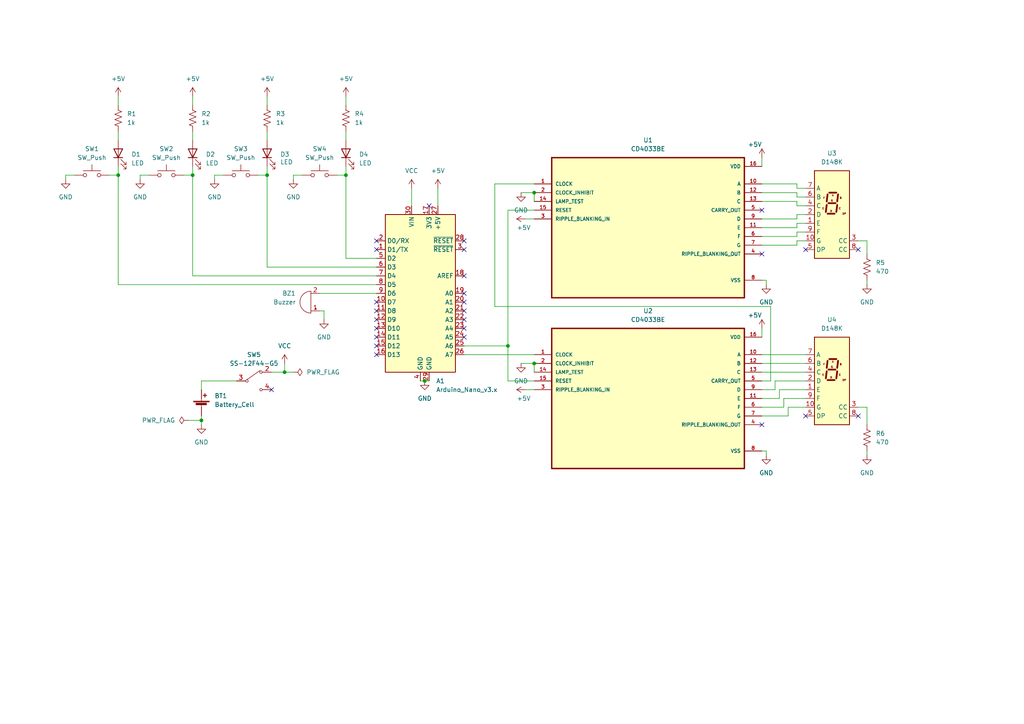
<source format=kicad_sch>
(kicad_sch (version 20211123) (generator eeschema)
  (paper "A4")
  (title_block (title "Simon Dice") (date "2023-02-08"))
  (lib_symbols
    (symbol "CD4033BE:CD4033BE" (pin_names (offset 1.016))
      (property "Reference" "U" (at -27.94 21.32 0))
      (property "Value" "CD4033BE" (at -27.94 -24.32 0))
      (symbol "CD4033BE_0_0"
        (rectangle (start -27.94 -20.32) (end 27.94 20.32) (stroke (width 0.41)) (fill (type background)))
        (pin input line (at -33.02 12.7 0) (length 5.08) (name "CLOCK") (number "1"))
        (pin output line (at 33.02 12.7 180) (length 5.08) (name "A") (number "10"))
        (pin output line (at 33.02 0 180) (length 5.08) (name "E") (number "11"))
        (pin output line (at 33.02 10.16 180) (length 5.08) (name "B") (number "12"))
        (pin output line (at 33.02 7.62 180) (length 5.08) (name "C") (number "13"))
        (pin input line (at -33.02 7.62 0) (length 5.08) (name "LAMP_TEST") (number "14"))
        (pin input line (at -33.02 5.08 0) (length 5.08) (name "RESET") (number "15"))
        (pin power_in line (at 33.02 17.78 180) (length 5.08) (name "VDD") (number "16"))
        (pin input line (at -33.02 10.16 0) (length 5.08) (name "CLOCK_INHIBIT") (number "2"))
        (pin input line (at -33.02 2.54 0) (length 5.08) (name "RIPPLE_BLANKING_IN") (number "3"))
        (pin output line (at 33.02 -7.62 180) (length 5.08) (name "RIPPLE_BLANKING_OUT") (number "4"))
        (pin output line (at 33.02 5.08 180) (length 5.08) (name "CARRY_OUT") (number "5"))
        (pin output line (at 33.02 -2.54 180) (length 5.08) (name "F") (number "6"))
        (pin output line (at 33.02 -5.08 180) (length 5.08) (name "G") (number "7"))
        (pin power_in line (at 33.02 -15.24 180) (length 5.08) (name "VSS") (number "8"))
        (pin output line (at 33.02 2.54 180) (length 5.08) (name "D") (number "9"))
      )
    )
    (symbol "Device:Battery_Cell" (pin_numbers hide) (pin_names (offset 0) hide)
      (property "Reference" "BT" (at 2.54 2.54 0))
      (property "Value" "Battery_Cell" (at 2.54 0 0))
      (symbol "Battery_Cell_0_1"
        (rectangle (start -2.286 1.778) (end 2.286 1.524) (fill (type outline)))
        (rectangle (start -1.5748 1.1938) (end 1.4732 0.6858) (fill (type outline)))
        (polyline (pts (xy 0 0.762) (xy 0 0)))
        (polyline (pts (xy 0 1.778) (xy 0 2.54)))
        (polyline (pts (xy 0.508 3.429) (xy 1.524 3.429)) (stroke (width 0.254)))
        (polyline (pts (xy 1.016 3.937) (xy 1.016 2.921)) (stroke (width 0.254)))
      )
      (symbol "Battery_Cell_1_1"
        (pin passive line (at 0 5.08 270) (length 2.54) (name "+") (number "1"))
        (pin passive line (at 0 -2.54 90) (length 2.54) (name "-") (number "2"))
      )
    )
    (symbol "Device:Buzzer" (pin_names (offset 0.0254) hide)
      (property "Reference" "BZ" (at 3.81 1.27 0))
      (property "Value" "Buzzer" (at 3.81 -1.27 0))
      (symbol "Buzzer_0_1"
        (arc (start 0 -3.175) (mid 3.175 0) (end 0 3.175))
        (polyline (pts (xy -1.651 1.905) (xy -1.143 1.905)))
        (polyline (pts (xy -1.397 2.159) (xy -1.397 1.651)))
        (polyline (pts (xy 0 3.175) (xy 0 -3.175)))
      )
      (symbol "Buzzer_1_1"
        (pin passive line (at -2.54 2.54 0) (length 2.54) (name "-") (number "1"))
        (pin passive line (at -2.54 -2.54 0) (length 2.54) (name "+") (number "2"))
      )
    )
    (symbol "Device:LED" (pin_numbers hide) (pin_names (offset 1.016) hide)
      (property "Reference" "D" (at 0 2.54 0))
      (property "Value" "LED" (at 0 -2.54 0))
      (symbol "LED_0_1"
        (polyline (pts (xy -1.27 -1.27) (xy -1.27 1.27)) (stroke (width 0.254)))
        (polyline (pts (xy -1.27 0) (xy 1.27 0)))
        (polyline (pts (xy 1.27 -1.27) (xy 1.27 1.27) (xy -1.27 0) (xy 1.27 -1.27)) (stroke (width 0.254)))
        (polyline (pts (xy -3.048 -0.762) (xy -4.572 -2.286) (xy -3.81 -2.286) (xy -4.572 -2.286) (xy -4.572 -1.524)))
        (polyline (pts (xy -1.778 -0.762) (xy -3.302 -2.286) (xy -2.54 -2.286) (xy -3.302 -2.286) (xy -3.302 -1.524)))
      )
      (symbol "LED_1_1"
        (pin passive line (at -3.81 0 0) (length 2.54) (name "K") (number "1"))
        (pin passive line (at 3.81 0 180) (length 2.54) (name "A") (number "2"))
      )
    )
    (symbol "Device:R_US" (pin_numbers hide) (pin_names (offset 0))
      (property "Reference" "R" (at 2.54 0 90))
      (property "Value" "R_US" (at -2.54 0 90))
      (symbol "R_US_0_1"
        (polyline (pts (xy 0 -2.286) (xy 0 -2.54)))
        (polyline (pts (xy 0 2.286) (xy 0 2.54)))
        (polyline (pts (xy 0 -0.762) (xy 1.016 -1.143) (xy 0 -1.524) (xy -1.016 -1.905) (xy 0 -2.286)))
        (polyline (pts (xy 0 0.762) (xy 1.016 0.381) (xy 0 0) (xy -1.016 -0.381) (xy 0 -0.762)))
        (polyline (pts (xy 0 2.286) (xy 1.016 1.905) (xy 0 1.524) (xy -1.016 1.143) (xy 0 0.762)))
      )
      (symbol "R_US_1_1"
        (pin passive line (at 0 3.81 270) (length 1.27) (name "~") (number "1"))
        (pin passive line (at 0 -3.81 90) (length 1.27) (name "~") (number "2"))
      )
    )
    (symbol "Display_Character:D148K"
      (property "Reference" "U" (at -2.54 13.97 0))
      (property "Value" "D148K" (at 1.27 13.97 0))
      (symbol "D148K_0_0"
        (text "A" (at 0.254 5.588 0) (effects (font (size 0.508 0.508))))
        (text "B" (at 2.54 4.826 0) (effects (font (size 0.508 0.508))))
        (text "C" (at 2.286 1.778 0) (effects (font (size 0.508 0.508))))
        (text "D" (at -0.254 1.016 0) (effects (font (size 0.508 0.508))))
        (text "DP" (at 3.556 0.254 0) (effects (font (size 0.508 0.508))))
        (text "E" (at -2.54 1.778 0) (effects (font (size 0.508 0.508))))
        (text "F" (at -2.286 4.826 0) (effects (font (size 0.508 0.508))))
        (text "G" (at 0 4.064 0) (effects (font (size 0.508 0.508))))
      )
      (symbol "D148K_0_1"
        (rectangle (start -5.08 12.7) (end 5.08 -12.7) (stroke (width 0.254)) (fill (type background)))
        (polyline (pts (xy -1.524 2.794) (xy -1.778 0.762)) (stroke (width 0.508)))
        (polyline (pts (xy -1.27 0.254) (xy 0.762 0.254)) (stroke (width 0.508)))
        (polyline (pts (xy -1.27 5.842) (xy -1.524 3.81)) (stroke (width 0.508)))
        (polyline (pts (xy -1.016 3.302) (xy 1.016 3.302)) (stroke (width 0.508)))
        (polyline (pts (xy -0.762 6.35) (xy 1.27 6.35)) (stroke (width 0.508)))
        (polyline (pts (xy 1.524 2.794) (xy 1.27 0.762)) (stroke (width 0.508)))
        (polyline (pts (xy 1.778 5.842) (xy 1.524 3.81)) (stroke (width 0.508)))
        (polyline (pts (xy 2.54 0.254) (xy 2.54 0.254)) (stroke (width 0.508)))
      )
      (symbol "D148K_1_1"
        (pin input line (at -7.62 -2.54 0) (length 2.54) (name "E") (number "1"))
        (pin input line (at -7.62 -7.62 0) (length 2.54) (name "G") (number "10"))
        (pin input line (at -7.62 0 0) (length 2.54) (name "D") (number "2"))
        (pin input line (at 7.62 -7.62 180) (length 2.54) (name "CC") (number "3"))
        (pin input line (at -7.62 2.54 0) (length 2.54) (name "C") (number "4"))
        (pin input line (at -7.62 -10.16 0) (length 2.54) (name "DP") (number "5"))
        (pin input line (at -7.62 5.08 0) (length 2.54) (name "B") (number "6"))
        (pin input line (at -7.62 7.62 0) (length 2.54) (name "A") (number "7"))
        (pin input line (at 7.62 -10.16 180) (length 2.54) (name "CC") (number "8"))
        (pin input line (at -7.62 -5.08 0) (length 2.54) (name "F") (number "9"))
      )
    )
    (symbol "MCU_Module:Arduino_Nano_v3.x"
      (property "Reference" "A" (at -10.16 23.495 0))
      (property "Value" "Arduino_Nano_v3.x" (at 5.08 -24.13 0))
      (symbol "Arduino_Nano_v3.x_0_1"
        (rectangle (start -10.16 22.86) (end 10.16 -22.86) (stroke (width 0.254)) (fill (type background)))
      )
      (symbol "Arduino_Nano_v3.x_1_1"
        (pin bidirectional line (at -12.7 12.7 0) (length 2.54) (name "D1/TX") (number "1"))
        (pin bidirectional line (at -12.7 -2.54 0) (length 2.54) (name "D7") (number "10"))
        (pin bidirectional line (at -12.7 -5.08 0) (length 2.54) (name "D8") (number "11"))
        (pin bidirectional line (at -12.7 -7.62 0) (length 2.54) (name "D9") (number "12"))
        (pin bidirectional line (at -12.7 -10.16 0) (length 2.54) (name "D10") (number "13"))
        (pin bidirectional line (at -12.7 -12.7 0) (length 2.54) (name "D11") (number "14"))
        (pin bidirectional line (at -12.7 -15.24 0) (length 2.54) (name "D12") (number "15"))
        (pin bidirectional line (at -12.7 -17.78 0) (length 2.54) (name "D13") (number "16"))
        (pin power_out line (at 2.54 25.4 270) (length 2.54) (name "3V3") (number "17"))
        (pin input line (at 12.7 5.08 180) (length 2.54) (name "AREF") (number "18"))
        (pin bidirectional line (at 12.7 0 180) (length 2.54) (name "A0") (number "19"))
        (pin bidirectional line (at -12.7 15.24 0) (length 2.54) (name "D0/RX") (number "2"))
        (pin bidirectional line (at 12.7 -2.54 180) (length 2.54) (name "A1") (number "20"))
        (pin bidirectional line (at 12.7 -5.08 180) (length 2.54) (name "A2") (number "21"))
        (pin bidirectional line (at 12.7 -7.62 180) (length 2.54) (name "A3") (number "22"))
        (pin bidirectional line (at 12.7 -10.16 180) (length 2.54) (name "A4") (number "23"))
        (pin bidirectional line (at 12.7 -12.7 180) (length 2.54) (name "A5") (number "24"))
        (pin bidirectional line (at 12.7 -15.24 180) (length 2.54) (name "A6") (number "25"))
        (pin bidirectional line (at 12.7 -17.78 180) (length 2.54) (name "A7") (number "26"))
        (pin power_out line (at 5.08 25.4 270) (length 2.54) (name "+5V") (number "27"))
        (pin input line (at 12.7 15.24 180) (length 2.54) (name "~{RESET}") (number "28"))
        (pin power_in line (at 2.54 -25.4 90) (length 2.54) (name "GND") (number "29"))
        (pin input line (at 12.7 12.7 180) (length 2.54) (name "~{RESET}") (number "3"))
        (pin power_in line (at -2.54 25.4 270) (length 2.54) (name "VIN") (number "30"))
        (pin power_in line (at 0 -25.4 90) (length 2.54) (name "GND") (number "4"))
        (pin bidirectional line (at -12.7 10.16 0) (length 2.54) (name "D2") (number "5"))
        (pin bidirectional line (at -12.7 7.62 0) (length 2.54) (name "D3") (number "6"))
        (pin bidirectional line (at -12.7 5.08 0) (length 2.54) (name "D4") (number "7"))
        (pin bidirectional line (at -12.7 2.54 0) (length 2.54) (name "D5") (number "8"))
        (pin bidirectional line (at -12.7 0 0) (length 2.54) (name "D6") (number "9"))
      )
    )
    (symbol "Switch:SW_Push" (pin_numbers hide) (pin_names (offset 1.016) hide)
      (property "Reference" "SW" (at 1.27 2.54 0))
      (property "Value" "SW_Push" (at 0 -1.524 0))
      (symbol "SW_Push_0_1"
        (circle (center -2.032 0) (radius 0.508))
        (polyline (pts (xy 0 1.27) (xy 0 3.048)))
        (polyline (pts (xy 2.54 1.27) (xy -2.54 1.27)))
        (circle (center 2.032 0) (radius 0.508))
        (pin passive line (at -5.08 0 0) (length 2.54) (name "1") (number "1"))
        (pin passive line (at 5.08 0 180) (length 2.54) (name "2") (number "2"))
      )
    )
    (symbol "power:+5V" (power) (pin_names (offset 0))
      (property "Value" "+5V" (at 0 3.556 0))
      (symbol "+5V_0_1"
        (polyline (pts (xy -0.762 1.27) (xy 0 2.54)))
        (polyline (pts (xy 0 0) (xy 0 2.54)))
        (polyline (pts (xy 0 2.54) (xy 0.762 1.27)))
      )
      (symbol "+5V_1_1"
        (pin power_in line (at 0 0 90) (length 0) hide (name "+5V") (number "1"))
      )
    )
    (symbol "power:GND" (power) (pin_names (offset 0))
      (property "Value" "GND" (at 0 -3.81 0))
      (symbol "GND_0_1"
        (polyline (pts (xy 0 0) (xy 0 -1.27) (xy 1.27 -1.27) (xy 0 -2.54) (xy -1.27 -1.27) (xy 0 -1.27)))
      )
      (symbol "GND_1_1"
        (pin power_in line (at 0 0 270) (length 0) hide (name "GND") (number "1"))
      )
    )
    (symbol "power:PWR_FLAG" (power) (pin_numbers hide) (pin_names (offset 0) hide)
      (property "Value" "PWR_FLAG" (at 0 3.81 0))
      (symbol "PWR_FLAG_0_0"
        (pin power_out line (at 0 0 90) (length 0) (name "pwr") (number "1"))
      )
      (symbol "PWR_FLAG_0_1"
        (polyline (pts (xy 0 0) (xy 0 1.27) (xy -1.016 1.905) (xy 0 2.54) (xy 1.016 1.905) (xy 0 1.27)))
      )
    )
    (symbol "power:VCC" (power) (pin_names (offset 0))
      (property "Value" "VCC" (at 0 3.81 0))
      (symbol "VCC_0_1"
        (polyline (pts (xy -0.762 1.27) (xy 0 2.54)))
        (polyline (pts (xy 0 0) (xy 0 2.54)))
        (polyline (pts (xy 0 2.54) (xy 0.762 1.27)))
      )
      (symbol "VCC_1_1"
        (pin power_in line (at 0 0 90) (length 0) hide (name "VCC") (number "1"))
      )
    )
    (symbol "slide_switch:SS-12F44-G5" (pin_names hide)
      (property "Reference" "SW" (at 13.97 8.89 0))
      (property "Value" "SS-12F44-G5" (at 13.97 8.89 0))
      (symbol "SS-12F44-G5_0_1"
        (circle (center -2.032 -2.54) (radius 0.3592))
        (polyline (pts (xy -2.032 -2.159) (xy 1.778 0.508)))
        (circle (center 2.032 -5.08) (radius 0.3592))
        (circle (center 2.032 0) (radius 0.3592))
      )
      (symbol "SS-12F44-G5_1_1"
        (pin passive line (at 5.08 0 180) (length 2.54) (name "A") (number "2"))
        (pin passive line (at -5.08 -2.54 0) (length 2.54) (name "B") (number "3"))
        (pin passive line (at 5.08 -5.08 180) (length 2.54) (name "C") (number "4"))
      )
    )
  )
  (junction (at 123.19 110.49))
  (junction (at 147.32 100.33))
  (junction (at 154.94 105.41))
  (junction (at 100.33 50.8))
  (junction (at 154.94 55.88))
  (junction (at 82.55 107.95))
  (junction (at 58.42 121.92))
  (junction (at 34.29 50.8))
  (junction (at 55.88 50.8))
  (junction (at 77.47 50.8))
  (no_connect (at 134.62 90.17))
  (no_connect (at 233.68 120.65))
  (no_connect (at 109.22 69.85))
  (no_connect (at 109.22 87.63))
  (no_connect (at 124.46 59.69))
  (no_connect (at 109.22 95.25))
  (no_connect (at 109.22 90.17))
  (no_connect (at 109.22 100.33))
  (no_connect (at 134.62 80.01))
  (no_connect (at 109.22 72.39))
  (no_connect (at 78.74 113.03))
  (no_connect (at 134.62 97.79))
  (no_connect (at 109.22 102.87))
  (no_connect (at 134.62 92.71))
  (no_connect (at 109.22 92.71))
  (no_connect (at 134.62 72.39))
  (no_connect (at 134.62 87.63))
  (no_connect (at 134.62 95.25))
  (no_connect (at 134.62 85.09))
  (no_connect (at 220.98 123.19))
  (no_connect (at 248.92 120.65))
  (no_connect (at 220.98 60.96))
  (no_connect (at 220.98 73.66))
  (no_connect (at 109.22 97.79))
  (no_connect (at 134.62 69.85))
  (no_connect (at 233.68 72.39))
  (no_connect (at 248.92 72.39))
  (wire (pts (xy 220.98 113.03) (xy 224.79 113.03)))
  (wire (pts (xy 226.06 115.57) (xy 226.06 113.03)))
  (wire (pts (xy 40.64 50.8) (xy 40.64 52.07)))
  (wire (pts (xy 43.18 50.8) (xy 40.64 50.8)))
  (wire (pts (xy 54.61 121.92) (xy 58.42 121.92)))
  (wire (pts (xy 220.98 58.42) (xy 231.14 58.42)))
  (wire (pts (xy 233.68 69.85) (xy 231.14 69.85)))
  (wire (pts (xy 224.79 110.49) (xy 233.68 110.49)))
  (wire (pts (xy 55.88 50.8) (xy 53.34 50.8)))
  (wire (pts (xy 100.33 50.8) (xy 97.79 50.8)))
  (wire (pts (xy 109.22 74.93) (xy 100.33 74.93)))
  (wire (pts (xy 55.88 80.01) (xy 55.88 50.8)))
  (wire (pts (xy 19.05 50.8) (xy 19.05 52.07)))
  (wire (pts (xy 223.52 110.49) (xy 223.52 88.9)))
  (wire (pts (xy 58.42 120.65) (xy 58.42 121.92)))
  (wire (pts (xy 220.98 81.28) (xy 222.25 81.28)))
  (wire (pts (xy 109.22 80.01) (xy 55.88 80.01)))
  (wire (pts (xy 58.42 121.92) (xy 58.42 123.19)))
  (wire (pts (xy 228.6 120.65) (xy 228.6 118.11)))
  (wire (pts (xy 143.51 88.9) (xy 143.51 53.34)))
  (wire (pts (xy 55.88 48.26) (xy 55.88 50.8)))
  (wire (pts (xy 121.92 110.49) (xy 123.19 110.49)))
  (wire (pts (xy 82.55 107.95) (xy 85.09 107.95)))
  (wire (pts (xy 231.14 69.85) (xy 231.14 71.12)))
  (wire (pts (xy 78.74 107.95) (xy 82.55 107.95)))
  (wire (pts (xy 134.62 100.33) (xy 147.32 100.33)))
  (wire (pts (xy 220.98 102.87) (xy 233.68 102.87)))
  (wire (pts (xy 55.88 27.94) (xy 55.88 30.48)))
  (wire (pts (xy 77.47 77.47) (xy 77.47 50.8)))
  (wire (pts (xy 220.98 53.34) (xy 231.14 53.34)))
  (wire (pts (xy 231.14 58.42) (xy 231.14 59.69)))
  (wire (pts (xy 233.68 57.15) (xy 231.14 57.15)))
  (wire (pts (xy 220.98 45.72) (xy 220.98 48.26)))
  (wire (pts (xy 152.4 63.5) (xy 154.94 63.5)))
  (wire (pts (xy 151.13 105.41) (xy 154.94 105.41)))
  (wire (pts (xy 100.33 27.94) (xy 100.33 30.48)))
  (wire (pts (xy 93.98 90.17) (xy 93.98 92.71)))
  (wire (pts (xy 231.14 67.31) (xy 233.68 67.31)))
  (wire (pts (xy 226.06 113.03) (xy 233.68 113.03)))
  (wire (pts (xy 220.98 68.58) (xy 231.14 68.58)))
  (wire (pts (xy 231.14 57.15) (xy 231.14 55.88)))
  (wire (pts (xy 58.42 110.49) (xy 58.42 113.03)))
  (wire (pts (xy 34.29 38.1) (xy 34.29 40.64)))
  (wire (pts (xy 227.33 115.57) (xy 233.68 115.57)))
  (wire (pts (xy 220.98 118.11) (xy 227.33 118.11)))
  (wire (pts (xy 251.46 123.19) (xy 251.46 118.11)))
  (wire (pts (xy 228.6 118.11) (xy 233.68 118.11)))
  (wire (pts (xy 220.98 105.41) (xy 233.68 105.41)))
  (wire (pts (xy 251.46 118.11) (xy 248.92 118.11)))
  (wire (pts (xy 77.47 50.8) (xy 74.93 50.8)))
  (wire (pts (xy 223.52 88.9) (xy 143.51 88.9)))
  (wire (pts (xy 220.98 130.81) (xy 222.25 130.81)))
  (wire (pts (xy 231.14 55.88) (xy 220.98 55.88)))
  (wire (pts (xy 231.14 62.23) (xy 233.68 62.23)))
  (wire (pts (xy 251.46 81.28) (xy 251.46 82.55)))
  (wire (pts (xy 34.29 50.8) (xy 31.75 50.8)))
  (wire (pts (xy 58.42 110.49) (xy 68.58 110.49)))
  (wire (pts (xy 154.94 55.88) (xy 154.94 58.42)))
  (wire (pts (xy 127 54.61) (xy 127 59.69)))
  (wire (pts (xy 92.71 90.17) (xy 93.98 90.17)))
  (wire (pts (xy 251.46 69.85) (xy 251.46 73.66)))
  (wire (pts (xy 222.25 130.81) (xy 222.25 132.08)))
  (wire (pts (xy 34.29 27.94) (xy 34.29 30.48)))
  (wire (pts (xy 134.62 102.87) (xy 154.94 102.87)))
  (wire (pts (xy 77.47 48.26) (xy 77.47 50.8)))
  (wire (pts (xy 231.14 59.69) (xy 233.68 59.69)))
  (wire (pts (xy 231.14 66.04) (xy 231.14 64.77)))
  (wire (pts (xy 231.14 54.61) (xy 233.68 54.61)))
  (wire (pts (xy 143.51 53.34) (xy 154.94 53.34)))
  (wire (pts (xy 82.55 105.41) (xy 82.55 107.95)))
  (wire (pts (xy 220.98 107.95) (xy 233.68 107.95)))
  (wire (pts (xy 227.33 118.11) (xy 227.33 115.57)))
  (wire (pts (xy 124.46 110.49) (xy 123.19 110.49)))
  (wire (pts (xy 220.98 95.25) (xy 220.98 97.79)))
  (wire (pts (xy 64.77 50.8) (xy 62.23 50.8)))
  (wire (pts (xy 248.92 69.85) (xy 251.46 69.85)))
  (wire (pts (xy 231.14 53.34) (xy 231.14 54.61)))
  (wire (pts (xy 154.94 105.41) (xy 154.94 107.95)))
  (wire (pts (xy 231.14 64.77) (xy 233.68 64.77)))
  (wire (pts (xy 220.98 63.5) (xy 231.14 63.5)))
  (wire (pts (xy 77.47 38.1) (xy 77.47 40.64)))
  (wire (pts (xy 147.32 60.96) (xy 154.94 60.96)))
  (wire (pts (xy 109.22 77.47) (xy 77.47 77.47)))
  (wire (pts (xy 251.46 130.81) (xy 251.46 132.08)))
  (wire (pts (xy 231.14 63.5) (xy 231.14 62.23)))
  (wire (pts (xy 55.88 38.1) (xy 55.88 40.64)))
  (wire (pts (xy 220.98 120.65) (xy 228.6 120.65)))
  (wire (pts (xy 231.14 71.12) (xy 220.98 71.12)))
  (wire (pts (xy 100.33 74.93) (xy 100.33 50.8)))
  (wire (pts (xy 85.09 50.8) (xy 85.09 52.07)))
  (wire (pts (xy 231.14 68.58) (xy 231.14 67.31)))
  (wire (pts (xy 224.79 113.03) (xy 224.79 110.49)))
  (wire (pts (xy 154.94 110.49) (xy 147.32 110.49)))
  (wire (pts (xy 222.25 81.28) (xy 222.25 82.55)))
  (wire (pts (xy 34.29 82.55) (xy 34.29 50.8)))
  (wire (pts (xy 151.13 55.88) (xy 154.94 55.88)))
  (wire (pts (xy 100.33 48.26) (xy 100.33 50.8)))
  (wire (pts (xy 92.71 85.09) (xy 109.22 85.09)))
  (wire (pts (xy 220.98 115.57) (xy 226.06 115.57)))
  (wire (pts (xy 77.47 27.94) (xy 77.47 30.48)))
  (wire (pts (xy 34.29 48.26) (xy 34.29 50.8)))
  (wire (pts (xy 100.33 38.1) (xy 100.33 40.64)))
  (wire (pts (xy 119.38 54.61) (xy 119.38 59.69)))
  (wire (pts (xy 87.63 50.8) (xy 85.09 50.8)))
  (wire (pts (xy 147.32 60.96) (xy 147.32 100.33)))
  (wire (pts (xy 220.98 110.49) (xy 223.52 110.49)))
  (wire (pts (xy 62.23 50.8) (xy 62.23 52.07)))
  (wire (pts (xy 220.98 66.04) (xy 231.14 66.04)))
  (wire (pts (xy 109.22 82.55) (xy 34.29 82.55)))
  (wire (pts (xy 152.4 113.03) (xy 154.94 113.03)))
  (wire (pts (xy 147.32 100.33) (xy 147.32 110.49)))
  (wire (pts (xy 21.59 50.8) (xy 19.05 50.8)))
  (symbol (lib_id "power:+5V") (at 152.4 63.5 90) (unit 1)
    (property "Reference" "#PWR017" (effects hide))
    (property "Value" "+5V" (at 149.86 66.04 90) (effects (justify right)))
  )
  (symbol (lib_id "Device:Buzzer") (at 90.17 87.63 180) (unit 1)
    (property "Reference" "BZ1" (at 83.82 85.09 0))
    (property "Value" "Buzzer" (at 82.55 87.63 0))
    (property "Footprint" "Buzzer_Beeper:Buzzer_12x9.5RM7.6" (effects hide))
  )
  (symbol (lib_id "power:+5V") (at 77.47 27.94 0) (unit 1)
    (property "Reference" "#PWR08" (effects hide))
    (property "Value" "+5V" (at 77.47 22.86 0))
  )
  (symbol (lib_id "Device:LED") (at 77.47 44.45 90) (unit 1)
    (property "Reference" "D3" (at 81.28 44.7674 90) (effects (justify right)))
    (property "Value" "LED" (at 81.28 46.99 90) (effects (justify right)))
    (property "Footprint" "LED_THT:LED_D3.0mm" (effects hide))
  )
  (symbol (lib_id "power:GND") (at 40.64 52.07 0) (unit 1)
    (property "Reference" "#PWR03" (effects hide))
    (property "Value" "GND" (at 40.64 57.15 0))
  )
  (symbol (lib_id "CD4033BE:CD4033BE") (at 187.96 115.57 0) (unit 1)
    (property "Reference" "U2" (at 187.96 90.17 0))
    (property "Value" "CD4033BE" (at 187.96 92.71 0))
    (property "Footprint" "CD4033:DIP794W45P254L1969H508Q16" (effects hide))
  )
  (symbol (lib_id "power:GND") (at 151.13 105.41 0) (unit 1)
    (property "Reference" "#PWR016" (effects hide))
    (property "Value" "GND" (at 151.13 110.49 0))
  )
  (symbol (lib_id "CD4033BE:CD4033BE") (at 187.96 66.04 0) (unit 1)
    (property "Reference" "U1" (at 187.96 40.64 0))
    (property "Value" "CD4033BE" (at 187.96 43.18 0))
    (property "Footprint" "CD4033:DIP794W45P254L1969H508Q16" (effects hide))
  )
  (symbol (lib_id "Device:R_US") (at 77.47 34.29 0) (unit 1)
    (property "Reference" "R3" (at 80.01 33.0199 0) (effects (justify left)))
    (property "Value" "1k" (at 80.01 35.5599 0) (effects (justify left)))
    (property "Footprint" "Resistor_THT:R_Axial_DIN0204_L3.6mm_D1.6mm_P5.08mm_Horizontal" (effects hide))
  )
  (symbol (lib_id "power:GND") (at 222.25 132.08 0) (unit 1)
    (property "Reference" "#PWR022" (effects hide))
    (property "Value" "GND" (at 222.25 137.16 0))
  )
  (symbol (lib_id "Switch:SW_Push") (at 92.71 50.8 0) (unit 1)
    (property "Reference" "SW4" (at 92.71 43.18 0))
    (property "Value" "SW_Push" (at 92.71 45.72 0))
    (property "Footprint" "Button_Switch_THT:SW_PUSH-12mm" (effects hide))
  )
  (symbol (lib_id "power:GND") (at 251.46 132.08 0) (unit 1)
    (property "Reference" "#PWR024" (effects hide))
    (property "Value" "GND" (at 251.46 137.16 0))
  )
  (symbol (lib_id "power:GND") (at 93.98 92.71 0) (unit 1)
    (property "Reference" "#PWR010" (effects hide))
    (property "Value" "GND" (at 93.98 97.79 0))
  )
  (symbol (lib_id "Switch:SW_Push") (at 69.85 50.8 0) (unit 1)
    (property "Reference" "SW3" (at 69.85 43.18 0))
    (property "Value" "SW_Push" (at 69.85 45.72 0))
    (property "Footprint" "Button_Switch_THT:SW_PUSH-12mm" (effects hide))
  )
  (symbol (lib_id "power:+5V") (at 220.98 95.25 0) (unit 1)
    (property "Reference" "#PWR020" (effects hide))
    (property "Value" "+5V" (at 220.98 91.44 0) (effects (justify right)))
  )
  (symbol (lib_id "power:+5V") (at 34.29 27.94 0) (unit 1)
    (property "Reference" "#PWR02" (effects hide))
    (property "Value" "+5V" (at 34.29 22.86 0))
  )
  (symbol (lib_id "Device:LED") (at 55.88 44.45 90) (unit 1)
    (property "Reference" "D2" (at 59.69 44.7674 90) (effects (justify right)))
    (property "Value" "LED" (at 59.69 47.3074 90) (effects (justify right)))
    (property "Footprint" "LED_THT:LED_D3.0mm" (effects hide))
  )
  (symbol (lib_id "power:GND") (at 62.23 52.07 0) (unit 1)
    (property "Reference" "#PWR07" (effects hide))
    (property "Value" "GND" (at 62.23 57.15 0))
  )
  (symbol (lib_id "power:GND") (at 123.19 110.49 0) (unit 1)
    (property "Reference" "#PWR013" (effects hide))
    (property "Value" "GND" (at 123.19 115.57 0))
  )
  (symbol (lib_id "Display_Character:D148K") (at 241.3 62.23 0) (unit 1)
    (property "Reference" "U3" (at 241.3 44.45 0))
    (property "Value" "D148K" (at 241.3 46.99 0))
    (property "Footprint" "Display_7Segment:D1X8K" (effects hide))
    (property "Datasheet" "https://ia800903.us.archive.org/24/items/CTKD1x8K/Cromatek%20D168K.pdf" (effects hide))
  )
  (symbol (lib_id "MCU_Module:Arduino_Nano_v3.x") (at 121.92 85.09 0) (unit 1)
    (property "Reference" "A1" (at 126.4794 110.49 0) (effects (justify left)))
    (property "Value" "Arduino_Nano_v3.x" (at 126.4794 113.03 0) (effects (justify left)))
    (property "Footprint" "Module:Arduino_Nano" (effects hide))
    (property "Datasheet" "http://www.mouser.com/pdfdocs/Gravitech_Arduino_Nano3_0.pdf" (effects hide))
  )
  (symbol (lib_id "power:+5V") (at 127 54.61 0) (unit 1)
    (property "Reference" "#PWR014" (effects hide))
    (property "Value" "+5V" (at 127 49.53 0))
  )
  (symbol (lib_id "Device:LED") (at 34.29 44.45 90) (unit 1)
    (property "Reference" "D1" (at 38.1 44.7674 90) (effects (justify right)))
    (property "Value" "LED" (at 38.1 47.3074 90) (effects (justify right)))
    (property "Footprint" "LED_THT:LED_D3.0mm" (effects hide))
  )
  (symbol (lib_id "Switch:SW_Push") (at 26.67 50.8 0) (unit 1)
    (property "Reference" "SW1" (at 26.67 43.18 0))
    (property "Value" "SW_Push" (at 26.67 45.72 0))
    (property "Footprint" "Button_Switch_THT:SW_PUSH-12mm" (effects hide))
  )
  (symbol (lib_id "power:GND") (at 58.42 123.19 0) (unit 1)
    (property "Reference" "#PWR06" (effects hide))
    (property "Value" "GND" (at 58.42 128.27 0))
  )
  (symbol (lib_id "power:+5V") (at 100.33 27.94 0) (unit 1)
    (property "Reference" "#PWR011" (effects hide))
    (property "Value" "+5V" (at 100.33 22.86 0))
  )
  (symbol (lib_id "power:VCC") (at 119.38 54.61 0) (unit 1)
    (property "Reference" "#PWR012" (effects hide))
    (property "Value" "VCC" (at 119.38 49.53 0))
  )
  (symbol (lib_id "power:PWR_FLAG") (at 54.61 121.92 90) (unit 1)
    (property "Reference" "#FLG0102" (effects hide))
    (property "Value" "PWR_FLAG" (at 50.8 121.9199 90) (effects (justify left)))
  )
  (symbol (lib_id "Switch:SW_Push") (at 48.26 50.8 0) (unit 1)
    (property "Reference" "SW2" (at 48.26 43.18 0))
    (property "Value" "SW_Push" (at 48.26 45.72 0))
    (property "Footprint" "Button_Switch_THT:SW_PUSH-12mm" (effects hide))
  )
  (symbol (lib_id "power:VCC") (at 82.55 105.41 0) (unit 1)
    (property "Reference" "#PWR05" (effects hide))
    (property "Value" "VCC" (at 82.55 100.33 0))
  )
  (symbol (lib_id "power:GND") (at 151.13 55.88 0) (unit 1)
    (property "Reference" "#PWR015" (effects hide))
    (property "Value" "GND" (at 151.13 60.96 0))
  )
  (symbol (lib_id "Device:Battery_Cell") (at 58.42 118.11 0) (unit 1)
    (property "Reference" "BT1" (at 62.23 114.8079 0) (effects (justify left)))
    (property "Value" "Battery_Cell" (at 62.23 117.3479 0) (effects (justify left)))
    (property "Footprint" "Connector_Phoenix_MSTB:PhoenixContact_MSTBA_2,5_2-G-5,08_1x02_P5.08mm_Horizontal" (effects hide))
  )
  (symbol (lib_id "power:+5V") (at 152.4 113.03 90) (unit 1)
    (property "Reference" "#PWR018" (effects hide))
    (property "Value" "+5V" (at 149.86 115.57 90) (effects (justify right)))
  )
  (symbol (lib_id "Device:R_US") (at 100.33 34.29 0) (unit 1)
    (property "Reference" "R4" (at 102.87 33.0199 0) (effects (justify left)))
    (property "Value" "1k" (at 102.87 35.5599 0) (effects (justify left)))
    (property "Footprint" "Resistor_THT:R_Axial_DIN0204_L3.6mm_D1.6mm_P5.08mm_Horizontal" (effects hide))
  )
  (symbol (lib_id "power:GND") (at 85.09 52.07 0) (unit 1)
    (property "Reference" "#PWR09" (effects hide))
    (property "Value" "GND" (at 85.09 57.15 0))
  )
  (symbol (lib_id "slide_switch:SS-12F44-G5") (at 73.66 107.95 0) (unit 1)
    (property "Reference" "SW5" (at 73.66 102.87 0))
    (property "Value" "SS-12F44-G5" (at 73.66 105.41 0))
    (property "Footprint" "slide_switch:Switch_Slide_SPDT_SS-12F44-G5" (effects hide))
  )
  (symbol (lib_id "power:GND") (at 222.25 82.55 0) (unit 1)
    (property "Reference" "#PWR021" (effects hide))
    (property "Value" "GND" (at 222.25 87.63 0))
  )
  (symbol (lib_id "Device:R_US") (at 251.46 77.47 0) (unit 1)
    (property "Reference" "R5" (at 254 76.1999 0) (effects (justify left)))
    (property "Value" "470" (at 254 78.7399 0) (effects (justify left)))
    (property "Footprint" "Resistor_THT:R_Axial_DIN0204_L3.6mm_D1.6mm_P5.08mm_Horizontal" (effects hide))
  )
  (symbol (lib_id "Display_Character:D148K") (at 241.3 110.49 0) (unit 1)
    (property "Reference" "U4" (at 241.3 92.71 0))
    (property "Value" "D148K" (at 241.3 95.25 0))
    (property "Footprint" "Display_7Segment:D1X8K" (effects hide))
    (property "Datasheet" "https://ia800903.us.archive.org/24/items/CTKD1x8K/Cromatek%20D168K.pdf" (effects hide))
  )
  (symbol (lib_id "power:+5V") (at 55.88 27.94 0) (unit 1)
    (property "Reference" "#PWR04" (effects hide))
    (property "Value" "+5V" (at 55.88 22.86 0))
  )
  (symbol (lib_id "Device:R_US") (at 55.88 34.29 0) (unit 1)
    (property "Reference" "R2" (at 58.42 33.0199 0) (effects (justify left)))
    (property "Value" "1k" (at 58.42 35.5599 0) (effects (justify left)))
    (property "Footprint" "Resistor_THT:R_Axial_DIN0204_L3.6mm_D1.6mm_P5.08mm_Horizontal" (effects hide))
  )
  (symbol (lib_id "power:PWR_FLAG") (at 85.09 107.95 270) (unit 1)
    (property "Reference" "#FLG0101" (effects hide))
    (property "Value" "PWR_FLAG" (at 88.9 107.9499 90) (effects (justify left)))
  )
  (symbol (lib_id "power:GND") (at 19.05 52.07 0) (unit 1)
    (property "Reference" "#PWR01" (effects hide))
    (property "Value" "GND" (at 19.05 57.15 0))
  )
  (symbol (lib_id "power:+5V") (at 220.98 45.72 0) (unit 1)
    (property "Reference" "#PWR019" (effects hide))
    (property "Value" "+5V" (at 220.98 41.91 0) (effects (justify right)))
  )
  (symbol (lib_id "power:GND") (at 251.46 82.55 0) (unit 1)
    (property "Reference" "#PWR023" (effects hide))
    (property "Value" "GND" (at 251.46 87.63 0))
  )
  (symbol (lib_id "Device:R_US") (at 251.46 127 0) (unit 1)
    (property "Reference" "R6" (at 254 125.7299 0) (effects (justify left)))
    (property "Value" "470" (at 254 128.2699 0) (effects (justify left)))
    (property "Footprint" "Resistor_THT:R_Axial_DIN0204_L3.6mm_D1.6mm_P5.08mm_Horizontal" (effects hide))
  )
  (symbol (lib_id "Device:LED") (at 100.33 44.45 90) (unit 1)
    (property "Reference" "D4" (at 104.14 44.7674 90) (effects (justify right)))
    (property "Value" "LED" (at 104.14 47.3074 90) (effects (justify right)))
    (property "Footprint" "LED_THT:LED_D3.0mm" (effects hide))
  )
  (symbol (lib_id "Device:R_US") (at 34.29 34.29 0) (unit 1)
    (property "Reference" "R1" (at 36.83 33.0199 0) (effects (justify left)))
    (property "Value" "1k" (at 36.83 35.5599 0) (effects (justify left)))
    (property "Footprint" "Resistor_THT:R_Axial_DIN0204_L3.6mm_D1.6mm_P5.08mm_Horizontal" (effects hide))
  )
)
</source>
